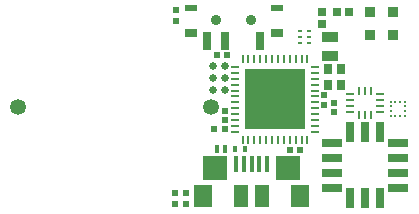
<source format=gts>
G04*
G04 #@! TF.GenerationSoftware,Altium Limited,Altium Designer,23.6.0 (18)*
G04*
G04 Layer_Color=8388736*
%FSLAX44Y44*%
%MOMM*%
G71*
G04*
G04 #@! TF.SameCoordinates,CC53E28F-54C9-42A3-9587-E9B5384F7771*
G04*
G04*
G04 #@! TF.FilePolarity,Negative*
G04*
G01*
G75*
%ADD19R,0.7000X1.5000*%
%ADD20R,1.0000X0.8000*%
%ADD21R,1.0000X0.6000*%
%ADD22R,1.3500X0.9500*%
%ADD23R,0.5200X0.5200*%
%ADD24R,0.5200X0.5200*%
%ADD25R,0.4500X0.7200*%
%ADD26R,0.4500X0.5500*%
%ADD27R,0.4000X1.3500*%
%ADD28R,1.2000X1.9000*%
%ADD29R,1.6000X1.9000*%
%ADD30R,2.1000X2.0000*%
%ADD31C,0.2200*%
G04:AMPARAMS|DCode=32|XSize=0.24mm|YSize=0.6mm|CornerRadius=0.0504mm|HoleSize=0mm|Usage=FLASHONLY|Rotation=0.000|XOffset=0mm|YOffset=0mm|HoleType=Round|Shape=RoundedRectangle|*
%AMROUNDEDRECTD32*
21,1,0.2400,0.4992,0,0,0.0*
21,1,0.1392,0.6000,0,0,0.0*
1,1,0.1008,0.0696,-0.2496*
1,1,0.1008,-0.0696,-0.2496*
1,1,0.1008,-0.0696,0.2496*
1,1,0.1008,0.0696,0.2496*
%
%ADD32ROUNDEDRECTD32*%
%ADD33R,0.4500X0.2500*%
G04:AMPARAMS|DCode=34|XSize=0.24mm|YSize=0.6mm|CornerRadius=0.0504mm|HoleSize=0mm|Usage=FLASHONLY|Rotation=270.000|XOffset=0mm|YOffset=0mm|HoleType=Round|Shape=RoundedRectangle|*
%AMROUNDEDRECTD34*
21,1,0.2400,0.4992,0,0,270.0*
21,1,0.1392,0.6000,0,0,270.0*
1,1,0.1008,-0.2496,-0.0696*
1,1,0.1008,-0.2496,0.0696*
1,1,0.1008,0.2496,0.0696*
1,1,0.1008,0.2496,-0.0696*
%
%ADD34ROUNDEDRECTD34*%
%ADD35R,0.8700X0.8700*%
%ADD36R,0.5000X0.6000*%
%ADD37R,0.7300X0.7400*%
%ADD38R,0.7500X0.8500*%
%ADD39R,0.7200X0.7200*%
%ADD40R,0.6750X0.2500*%
%ADD41R,0.2500X0.6750*%
%ADD42R,1.8000X0.6800*%
%ADD43R,0.6800X1.8000*%
%ADD44R,0.6200X0.6200*%
%ADD45R,0.6000X0.5000*%
G04:AMPARAMS|DCode=46|XSize=5.15mm|YSize=5.15mm|CornerRadius=0.0515mm|HoleSize=0mm|Usage=FLASHONLY|Rotation=270.000|XOffset=0mm|YOffset=0mm|HoleType=Round|Shape=RoundedRectangle|*
%AMROUNDEDRECTD46*
21,1,5.1500,5.0470,0,0,270.0*
21,1,5.0470,5.1500,0,0,270.0*
1,1,0.1030,-2.5235,-2.5235*
1,1,0.1030,-2.5235,2.5235*
1,1,0.1030,2.5235,2.5235*
1,1,0.1030,2.5235,-2.5235*
%
%ADD46ROUNDEDRECTD46*%
%ADD47C,0.9000*%
%ADD48C,1.3500*%
%ADD49C,0.6500*%
D19*
X315600Y245898D02*
D03*
X285600D02*
D03*
X270600D02*
D03*
D20*
X256600Y252398D02*
D03*
X329600D02*
D03*
D21*
X256600Y273398D02*
D03*
X329600D02*
D03*
D22*
X375000Y248750D02*
D03*
Y232750D02*
D03*
D23*
X369350Y191850D02*
D03*
Y199850D02*
D03*
X377900Y185500D02*
D03*
Y193500D02*
D03*
X285300Y186822D02*
D03*
Y178822D02*
D03*
D24*
X340776Y153420D02*
D03*
X348776D02*
D03*
X279050Y233750D02*
D03*
X287050D02*
D03*
D25*
X278800Y154500D02*
D03*
X285600D02*
D03*
D26*
X294000D02*
D03*
X303000D02*
D03*
D27*
X308162Y141375D02*
D03*
X314662D02*
D03*
X295162D02*
D03*
X301662D02*
D03*
X321162D02*
D03*
D28*
X299662Y114625D02*
D03*
X316662D02*
D03*
D29*
X267162D02*
D03*
X349162D02*
D03*
D30*
X277162Y138125D02*
D03*
X339162D02*
D03*
D31*
X426000Y194500D02*
D03*
X430000D02*
D03*
X434000D02*
D03*
X438000D02*
D03*
X426000Y190500D02*
D03*
X438000D02*
D03*
X426000Y186500D02*
D03*
X438000D02*
D03*
X426000Y182500D02*
D03*
X430000D02*
D03*
X434000D02*
D03*
X438000D02*
D03*
D32*
X350545Y230322D02*
D03*
X355545Y162322D02*
D03*
X350545D02*
D03*
X345545D02*
D03*
X340545D02*
D03*
X335545D02*
D03*
X330545D02*
D03*
X325545D02*
D03*
X320545D02*
D03*
X315545D02*
D03*
X310545D02*
D03*
X305545D02*
D03*
X300545D02*
D03*
Y230322D02*
D03*
X305545D02*
D03*
X310545D02*
D03*
X315545D02*
D03*
X320545D02*
D03*
X325545D02*
D03*
X330545D02*
D03*
X335545D02*
D03*
X340545D02*
D03*
X345545D02*
D03*
X355545D02*
D03*
D33*
X357145Y244436D02*
D03*
Y249436D02*
D03*
Y254436D02*
D03*
X348945Y244436D02*
D03*
Y249436D02*
D03*
Y254436D02*
D03*
D34*
X362045Y223822D02*
D03*
Y218822D02*
D03*
Y213822D02*
D03*
Y208822D02*
D03*
Y203822D02*
D03*
Y198822D02*
D03*
Y193822D02*
D03*
Y188822D02*
D03*
Y183822D02*
D03*
Y178822D02*
D03*
Y173822D02*
D03*
Y168822D02*
D03*
X294044D02*
D03*
Y173822D02*
D03*
Y178822D02*
D03*
Y183822D02*
D03*
Y188822D02*
D03*
Y193822D02*
D03*
Y198822D02*
D03*
Y203822D02*
D03*
Y208822D02*
D03*
Y213822D02*
D03*
Y218822D02*
D03*
Y223822D02*
D03*
D35*
X408850Y269900D02*
D03*
X408596Y250600D02*
D03*
X428150D02*
D03*
Y269900D02*
D03*
D36*
X243500Y108000D02*
D03*
X252500D02*
D03*
X243500Y116750D02*
D03*
X252500D02*
D03*
D37*
X390650Y269900D02*
D03*
X380350D02*
D03*
D38*
X383500Y208250D02*
D03*
X373000D02*
D03*
Y221750D02*
D03*
X383500D02*
D03*
D39*
X367787Y269900D02*
D03*
Y259900D02*
D03*
D40*
X391375Y201000D02*
D03*
Y196000D02*
D03*
Y191000D02*
D03*
Y186000D02*
D03*
X416625D02*
D03*
Y191000D02*
D03*
Y196000D02*
D03*
Y201000D02*
D03*
D41*
X399000Y183375D02*
D03*
X404000D02*
D03*
X409000D02*
D03*
Y203625D02*
D03*
X404000D02*
D03*
X399000D02*
D03*
D42*
X376500Y159650D02*
D03*
Y146950D02*
D03*
Y134250D02*
D03*
Y121550D02*
D03*
X432500D02*
D03*
Y134250D02*
D03*
Y146950D02*
D03*
Y159650D02*
D03*
D43*
X391800Y112600D02*
D03*
X404500D02*
D03*
X417200D02*
D03*
Y168600D02*
D03*
X404500D02*
D03*
X391800D02*
D03*
D44*
X285500Y171100D02*
D03*
X276500D02*
D03*
D45*
X244000Y263000D02*
D03*
Y272000D02*
D03*
D46*
X328045Y196322D02*
D03*
D47*
X278100Y263398D02*
D03*
X308100D02*
D03*
D48*
X110400Y190000D02*
D03*
X273600D02*
D03*
D49*
X275800Y204500D02*
D03*
Y224500D02*
D03*
Y214500D02*
D03*
X285800D02*
D03*
Y224500D02*
D03*
Y204500D02*
D03*
M02*

</source>
